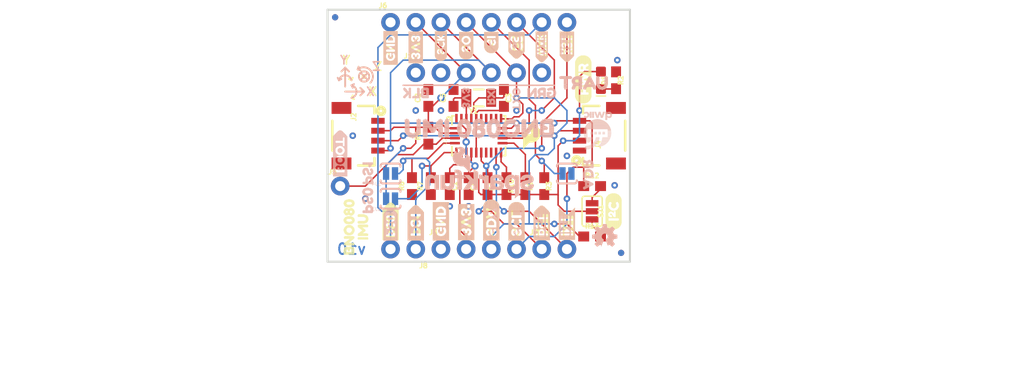
<source format=kicad_pcb>
(kicad_pcb (version 20211014) (generator pcbnew)
  (layers (0 "F.Cu" signal) (31 "B.Cu" signal) (34 "B.Paste" user) (35 "F.Paste" user) (36 "B.SilkS" user "B.Silkscreen") (37 "F.SilkS" user "F.Silkscreen") (38 "B.Mask" user) (39 "F.Mask" user) (44 "Edge.Cuts" user))
  (net 0 "")
  (net 1 "3.3V")
  (net 2 "GND")
  (net 3 "CAP")
  (net 4 "ADDR/MOSI")
  (net 5 "~{BOOT}")
  (net 6 "PS0/WAKE")
  (net 7 "PS1")
  (net 8 "~{CS}")
  (net 9 "~{INT}")
  (net 10 "SCL/SCK/RX")
  (net 11 "SDA/MISO/TX")
  (net 12 "S_SDA")
  (net 13 "S_SCL")
  (net 14 "SCL_PU")
  (net 15 "SDA_PU")
  (net 16 "~{RST}")
  (net 17 "N$1")
  (net 18 "N$2")
  (net 19 "N$3")
  (footprint "boardEagle:GND" (layer "F.Cu") (at 144.6911 116.0526 90)
    (fp_text reference "U$15" hide)
    (fp_text value "" hide)
  )
  (footprint "boardEagle:IMU13" (layer "F.Cu") (at 136.8171 116.4336 90)
    (fp_text reference "U$47" hide)
    (fp_text value "" hide)
  )
  (footprint "boardEagle:LED-0603" (layer "F.Cu") (at 160.8201 99.4156 -90)
    (fp_text reference "D1")
    (fp_text value "RED")
  )
  (footprint "boardEagle:#RST7" (layer "F.Cu") (at 157.3911 97.7646 90)
    (fp_text reference "U$51" hide)
    (fp_text value "" hide)
  )
  (footprint "boardEagle:MICRO-FIDUCIAL" (layer "F.Cu") (at 134.0231 93.0656)
    (fp_text reference "JP6" hide)
    (fp_text value "FIDUCIALUFIDUCIAL" hide)
  )
  (footprint "boardEagle:0603" (layer "F.Cu") (at 159.9311 115.1636)
    (fp_text reference "R13")
    (fp_text value "2.2k")
  )
  (footprint "boardEagle:0603" (layer "F.Cu") (at 159.9311 110.0836)
    (fp_text reference "R12")
    (fp_text value "2.2k")
  )
  (footprint "boardEagle:SMT-JUMPER_3_2-NC_PASTE_SILK" (layer "F.Cu") (at 159.9311 112.6236 -90)
    (fp_text reference "SJ1")
    (fp_text value "")
  )
  (footprint "boardEagle:0603" (layer "F.Cu") (at 147.4851 110.0836 -90)
    (fp_text reference "C4")
    (fp_text value "0.1uF")
  )
  (footprint "boardEagle:0603" (layer "F.Cu") (at 143.4211 105.0036 90)
    (fp_text reference "R6")
    (fp_text value "10k")
  )
  (footprint "boardEagle:0603" (layer "F.Cu") (at 155.1051 110.0836 -90)
    (fp_text reference "R3")
    (fp_text value "10k")
  )
  (footprint "boardEagle:MICRO-FIDUCIAL" (layer "F.Cu") (at 162.8521 116.8146)
    (fp_text reference "JP2" hide)
    (fp_text value "FIDUCIALUFIDUCIAL" hide)
  )
  (footprint "boardEagle:0603" (layer "F.Cu") (at 162.3441 99.4156 -90)
    (fp_text reference "R2")
    (fp_text value "1k")
  )
  (footprint "boardEagle:0603" (layer "F.Cu") (at 143.6751 110.0836 90)
    (fp_text reference "R7")
    (fp_text value "10k")
  )
  (footprint "boardEagle:LGA-28" (layer "F.Cu") (at 148.5011 105.0036 90)
    (fp_text reference "U2")
    (fp_text value "BNO080")
  )
  (footprint "boardEagle:1X04_1MM_RA" (layer "F.Cu") (at 138.3411 105.0036 -90)
    (fp_text reference "J2")
    (fp_text value "SMD")
  )
  (footprint "boardEagle:SO0" (layer "F.Cu") (at 147.2311 97.3836 90)
    (fp_text reference "U$55" hide)
    (fp_text value "" hide)
  )
  (footprint "boardEagle:1X01_NO_SILK" (layer "F.Cu") (at 134.5311 110.0836)
    (fp_text reference "J5")
    (fp_text value "")
  )
  (footprint "boardEagle:0603" (layer "F.Cu") (at 145.9611 101.1936 90)
    (fp_text reference "C5")
    (fp_text value "22pF")
  )
  (footprint "boardEagle:CRYSTAL-SMD-3.2X1.5MM" (layer "F.Cu") (at 148.5011 101.1936 180)
    (fp_text reference "Y1")
    (fp_text value "32.768kHz")
  )
  (footprint "boardEagle:3V30" (layer "F.Cu") (at 142.1511 98.1456 90)
    (fp_text reference "U$50" hide)
    (fp_text value "" hide)
  )
  (footprint "boardEagle:SFE_LOGO_FLAME_.1" (layer "F.Cu") (at 152.6921 106.6546)
    (fp_text reference "LOGO4" hide)
    (fp_text value "SFE_LOGO_FLAME.1_INCH" hide)
  )
  (footprint "boardEagle:SCL" (layer "F.Cu") (at 152.3111 116.0526 90)
    (fp_text reference "U$6" hide)
    (fp_text value "" hide)
  )
  (footprint "boardEagle:1X02_NO_SILK" (layer "F.Cu") (at 142.1511 116.4336 180)
    (fp_text reference "J8")
    (fp_text value "")
  )
  (footprint "boardEagle:SI1" (layer "F.Cu") (at 149.7711 96.7486 90)
    (fp_text reference "U$17" hide)
    (fp_text value "" hide)
  )
  (footprint "boardEagle:BNO08012" (layer "F.Cu") (at 135.4201 117.9576 90)
    (fp_text reference "U$46" hide)
    (fp_text value "" hide)
  )
  (footprint "boardEagle:#WAK6" (layer "F.Cu") (at 154.8511 97.7646 90)
    (fp_text reference "U$19" hide)
    (fp_text value "" hide)
  )
  (footprint "boardEagle:CREATIVE_COMMONS" (layer "F.Cu") (at 120.5611 125.3236)
    (fp_text reference "FRAME1" hide)
    (fp_text value "FRAME-LETTER" hide)
  )
  (footprint "boardEagle:1X06_NO_SILK" (layer "F.Cu") (at 142.1511 98.6536)
    (fp_text reference "J1")
    (fp_text value "")
  )
  (footprint "boardEagle:#CS3" (layer "F.Cu") (at 152.3111 97.5106 90)
    (fp_text reference "U$52" hide)
    (fp_text value "" hide)
  )
  (footprint "boardEagle:1X04_1MM_RA" (layer "F.Cu") (at 158.6611 105.0036 90)
    (fp_text reference "J4")
    (fp_text value "SMD")
  )
  (footprint "boardEagle:3V3" (layer "F.Cu") (at 147.2311 116.0526 90)
    (fp_text reference "U$10" hide)
    (fp_text value "" hide)
  )
  (footprint "boardEagle:SDA" (layer "F.Cu") (at 149.7711 116.0526 90)
    (fp_text reference "U$7" hide)
    (fp_text value "" hide)
  )
  (footprint "boardEagle:0603" (layer "F.Cu") (at 141.7701 110.0836 90)
    (fp_text reference "R8")
    (fp_text value "10k")
  )
  (footprint "boardEagle:(I_SUPER2_C)" (layer "F.Cu") (at 162.0901 114.5286 90)
    (fp_text reference "U$23" hide)
    (fp_text value "" hide)
  )
  (footprint "boardEagle:REVISION" (layer "F.Cu") (at 131.9911 127.8636)
    (fp_text reference "LOGO2" hide)
    (fp_text value "REVISION" hide)
  )
  (footprint "boardEagle:0603" (layer "F.Cu") (at 149.3901 110.0836 -90)
    (fp_text reference "R1")
    (fp_text value "10k")
  )
  (footprint "boardEagle:PS05" (layer "F.Cu") (at 139.6111 116.0526 90)
    (fp_text reference "U$29" hide)
    (fp_text value "" hide)
  )
  (footprint "boardEagle:SCK0" (layer "F.Cu") (at 144.6911 97.5106 90)
    (fp_text reference "U$12" hide)
    (fp_text value "" hide)
  )
  (footprint "boardEagle:0603" (layer "F.Cu") (at 153.2001 110.0836 -90)
    (fp_text reference "R9")
    (fp_text value "4.7k")
  )
  (footprint "boardEagle:STAND-OFF" (layer "F.Cu") (at 161.2011 94.8436)
    (fp_text reference "JP4" hide)
    (fp_text value "STAND-OFF" hide)
  )
  (footprint "boardEagle:1X08_NO_SILK" (layer "F.Cu") (at 139.6111 93.5736)
    (fp_text reference "J6")
    (fp_text value "SPI")
  )
  (footprint "boardEagle:1X04_NO_SILK" (layer "F.Cu") (at 144.6911 116.4336)
    (fp_text reference "J3")
    (fp_text value "PTH")
  )
  (footprint "boardEagle:#RST_" (layer "F.Cu") (at 154.8511 116.1796 90)
    (fp_text reference "U$3" hide)
    (fp_text value "" hide)
  )
  (footprint "boardEagle:0603" (layer "F.Cu") (at 143.4211 101.1936 90)
    (fp_text reference "C2")
    (fp_text value "0.1uF")
  )
  (footprint "boardEagle:1X02_NO_SILK" (layer "F.Cu") (at 154.8511 116.4336)
    (fp_text reference "J7")
    (fp_text value "")
  )
  (footprint "boardEagle:GND1" (layer "F.Cu") (at 139.6111 98.2726 90)
    (fp_text reference "U$43" hide)
    (fp_text value "" hide)
  )
  (footprint "boardEagle:PS14" (layer "F.Cu") (at 142.1511 116.0526 90)
    (fp_text reference "U$28" hide)
    (fp_text value "" hide)
  )
  (footprint "boardEagle:0603" (layer "F.Cu") (at 145.5801 110.0836 -90)
    (fp_text reference "C1")
    (fp_text value "0.1uF")
  )
  (footprint "boardEagle:#INT0" (layer "F.Cu") (at 157.3911 116.1796 90)
    (fp_text reference "U$25" hide)
    (fp_text value "" hide)
  )
  (footprint "boardEagle:STAND-OFF" (layer "F.Cu") (at 135.8011 94.8436)
    (fp_text reference "JP3" hide)
    (fp_text value "STAND-OFF" hide)
  )
  (footprint "boardEagle:(PWR)" (layer "F.Cu") (at 159.0421 101.8286 90)
    (fp_text reference "U$1" hide)
    (fp_text value "" hide)
  )
  (footprint "boardEagle:0603" (layer "F.Cu") (at 151.2951 110.0836 -90)
    (fp_text reference "R10")
    (fp_text value "4.7k")
  )
  (footprint "boardEagle:0603" (layer "F.Cu") (at 151.0411 101.1936 -90)
    (fp_text reference "C3")
    (fp_text value "22pF")
  )
  (footprint "boardEagle:PS015" (layer "B.Cu") (at 137.3251 113.7666 90)
    (fp_text reference "U$34" hide)
    (fp_text value "" hide)
  )
  (footprint "boardEagle:#RST_" (layer "B.Cu") (at 154.8511 116.1796 90)
    (fp_text reference "U$4" hide)
    (fp_text value "" hide)
  )
  (footprint "boardEagle:SCK0" (layer "B.Cu") (at 144.6911 97.5106 90)
    (fp_text reference "U$13" hide)
    (fp_text value "" hide)
  )
  (footprint "boardEagle:QWIIC#LABEL#FULL#M#PNG" (layer "B.Cu") (at 160.5661 104.4956 180)
    (fp_text reference "U$59" hide)
    (fp_text value "" hide)
  )
  (footprint "boardEagle:SFE_LOGO_NAME_FLAME_.1" (layer "B.Cu") (at 154.4701 111.3536 180)
    (fp_text reference "LOGO5" hide)
    (fp_text value "SFE_LOGO_NAME_FLAME.1_INCH" hide)
  )
  (footprint "boardEagle:GND1" (layer "B.Cu") (at 139.6111 98.2726 90)
    (fp_text reference "U$42" hide)
    (fp_text value "" hide)
  )
  (footprint "boardEagle:OSHW-LOGO-MINI" (layer "B.Cu") (at 161.2011 115.1636 180)
    (fp_text reference "LOGO1" hide)
    (fp_text value "OSHW-LOGOMINI" hide)
  )
  (footprint "boardEagle:3V32" (layer "B.Cu") (at 147.2311 102.9716 90)
    (fp_text reference "U$21" hide)
    (fp_text value "" hide)
  )
  (footprint "boardEagle:3V3" (layer "B.Cu") (at 147.2311 116.0526 90)
    (fp_text reference "U$9" hide)
    (fp_text value "" hide)
  )
  (footprint "boardEagle:GND" (layer "B.Cu") (at 144.6911 116.0526 90)
    (fp_text reference "U$16" hide)
    (fp_text value "" hide)
  )
  (footprint "boardEagle:PS114" (layer "B.Cu") (at 137.3251 110.8456 90)
    (fp_text reference "U$33" hide)
    (fp_text value "" hide)
  )
  (footprint "boardEagle:SJ_2S-NO" (layer "B.Cu") (at 139.6111 111.3536)
    (fp_text reference "SJ3")
    (fp_text value "")
  )
  (footprint "boardEagle:3V30" (layer "B.Cu") (at 142.1511 98.1456 90)
    (fp_text reference "U$11" hide)
    (fp_text value "" hide)
  )
  (footprint "boardEagle:SJ_2S-NO" (layer "B.Cu") (at 157.3911 108.8136 180)
    (fp_text reference "SJ2")
    (fp_text value "")
  )
  (footprint "boardEagle:PS14" (layer "B.Cu") (at 142.1511 116.0526 90)
    (fp_text reference "U$27" hide)
    (fp_text value "" hide)
  )
  (footprint "boardEagle:UART8" (layer "B.Cu") (at 162.7251 99.6696 180)
    (fp_text reference "U$39" hide)
    (fp_text value "" hide)
  )
  (footprint "boardEagle:SO0" (layer "B.Cu") (at 147.2311 97.3836 90)
    (fp_text reference "U$54" hide)
    (fp_text value "" hide)
  )
  (footprint "boardEagle:#CS3" (layer "B.Cu") (at 152.3111 97.5106 90)
    (fp_text reference "U$53" hide)
    (fp_text value "" hide)
  )
  (footprint "boardEagle:MICRO-FIDUCIAL" (layer "B.Cu") (at 162.8521 116.8146 180)
    (fp_text reference "JP1" hide)
    (fp_text value "FIDUCIALUFIDUCIAL" hide)
  )
  (footprint "boardEagle:#RST7" (layer "B.Cu") (at 157.3911 97.7646 90)
    (fp_text reference "U$49" hide)
    (fp_text value "" hide)
  )
  (footprint "boardEagle:RXI1" (layer "B.Cu") (at 149.7711 102.5906 90)
    (fp_text reference "U$22" hide)
    (fp_text value "" hide)
  )
  (footprint "boardEagle:PS03" (layer "B.Cu") (at 139.6111 116.0526 90)
    (fp_text reference "U$14" hide)
    (fp_text value "" hide)
  )
  (footprint "boardEagle:MICRO-FIDUCIAL" (layer "B.Cu") (at 134.0231 93.0656 180)
    (fp_text reference "JP5" hide)
    (fp_text value "FIDUCIALUFIDUCIAL" hide)
  )
  (footprint "boardEagle:BOOT2" (layer "B.Cu") (at 134.5311 109.5756 90)
    (fp_text reference "U$2" hide)
    (fp_text value "" hide)
  )
  (footprint "boardEagle:SDA" (layer "B.Cu") (at 149.7711 116.0526 90)
    (fp_text reference "U$8" hide)
    (fp_text value "" hide)
  )
  (footprint "boardEagle:SCL" (layer "B.Cu") (at 152.3111 116.0526 90)
    (fp_text reference "U$5" hide)
    (fp_text value "" hide)
  )
  (footprint "boardEagle:TXO0" (layer "B.Cu") (at 152.3111 103.2256 90)
    (fp_text reference "U$35" hide)
    (fp_text value "" hide)
  )
  (footprint "boardEagle:BLK9" (layer "B.Cu") (at 144.4371 100.6856 180)
    (fp_text reference "U$41" hide)
    (fp_text value "" hide)
  )
  (footprint "boardEagle:ADR0" (layer "B.Cu") (at 159.5501 111.3536 90)
    (fp_text reference "U$30" hide)
    (fp_text value "" hide)
  )
  (footprint "boardEagle:SI1" (layer "B.Cu") (at 149.7711 96.7486 90)
    (fp_text reference "U$18" hide)
    (fp_text value "" hide)
  )
  (footprint "boardEagle:#WAK6" (layer "B.Cu") (at 154.8511 97.7646 90)
    (fp_text reference "U$20" hide)
    (fp_text value "" hide)
  )
  (footprint "boardEagle:BNO080_IMU11" (layer "B.Cu") (at 157.7721 104.2416 180)
    (fp_text reference "U$44" hide)
    (fp_text value "" hide)
  )
  (footprint "boardEagle:GRN10" (layer "B.Cu") (at 157.3911 100.6856 180)
    (fp_text reference "U$40" hide)
    (fp_text value "" hide)
  )
  (footprint "boardEagle:#INT0" (layer "B.Cu") (at 157.3911 116.1796 90)
    (fp_text reference "U$26" hide)
    (fp_text value "" hide)
  )
  (footprint "boardEagle:SJ_2S-NO" (layer "B.Cu") (at 139.6111 108.8136)
    (fp_text reference "SJ4")
    (fp_text value "")
  )
  (gr_line (start 134.4041 99.4156) (end 134.6581 99.2886) (layer "B.SilkS") (width 0.1778))
  (gr_line (start 136.9441 100.5586) (end 135.0391 100.5586) (layer "B.SilkS") (width 0.1778))
  (gr_line (start 136.9441 100.5586) (end 136.5631 100.1776) (layer "B.SilkS") (width 0.1778))
  (gr_line (start 136.300075 98.316182) (end 136.569484 98.405985) (layer "B.SilkS") (width 0.1778))
  (gr_line (start 135.0391 98.1456) (end 135.4201 98.5266) (layer "B.SilkS") (width 0.1778))
  (gr_arc (start 136.300074 98.316182) (mid 137.573599 98.393728) (end 137.5791 99.6696) (layer "B.SilkS") (width 0.1778))
  (gr_arc (start 135.674098 99.9236) (mid 136.182099 100.558599) (end 135.6741 101.1936) (layer "B.SilkS") (width 0.1778))
  (gr_line (start 135.6741 99.9236) (end 135.8011 100.1776) (layer "B.SilkS") (width 0.1778))
  (gr_arc (start 134.4041 99.415602) (mid 135.039099 98.907601) (end 135.6741 99.4156) (layer "B.SilkS") (width 0.1778))
  (gr_line (start 135.0391 98.1456) (end 134.6581 98.5266) (layer "B.SilkS") (width 0.1778))
  (gr_line (start 136.9441 100.5586) (end 136.5631 100.9396) (layer "B.SilkS") (width 0.1778))
  (gr_line (start 136.6393 99.3394) (end 137.2743 98.7044) (layer "B.SilkS") (width 0.1778))
  (gr_line (start 140.8811 99.9236) (end 156.1211 99.9236) (layer "B.SilkS") (width 0.1524))
  (gr_line (start 135.0391 98.1456) (end 135.0391 100.0506) (layer "B.SilkS") (width 0.1778))
  (gr_line (start 134.2771 99.1616) (end 134.4041 99.4156) (layer "B.SilkS") (width 0.1778))
  (gr_line (start 137.2743 99.3394) (end 136.6393 98.7044) (layer "B.SilkS") (width 0.1778))
  (gr_circle (center 136.9441 99.0346) (end 137.467734 99.0346) (layer "B.SilkS") (width 0.1778) (fill none))
  (gr_line (start 136.389878 98.046772) (end 136.300075 98.316182) (layer "B.SilkS") (width 0.1778))
  (gr_line (start 135.9281 99.7966) (end 135.6741 99.9236) (layer "B.SilkS") (width 0.1778))
  (gr_line (start 135.6741 101.1936) (end 135.8011 100.9396) (layer "F.SilkS") (width 0.1778))
  (gr_circle (center 136.9441 99.0346) (end 137.467734 99.0346) (layer "F.SilkS") (width 0.1778) (fill none))
  (gr_line (start 136.9441 100.5586) (end 135.0391 100.5586) (layer "F.SilkS") (width 0.1778))
  (gr_line (start 135.0391 98.1456) (end 135.0391 100.0506) (layer "F.SilkS") (width 0.1778))
  (gr_line (start 135.8011 99.1616) (end 135.6741 99.4156) (layer "F.SilkS") (width 0.1778))
  (gr_line (start 135.9281 101.3206) (end 135.6741 101.1936) (layer "F.SilkS") (width 0.1778))
  (gr_circle (center 136.9441 99.0346) (end 137.0711 99.0346) (layer "F.SilkS") (width 0.254) (fill none))
  (gr_line (start 136.300075 98.316182) (end 136.569484 98.405985) (layer "F.SilkS") (width 0.1778))
  (gr_arc (start 136.300074 98.316182) (mid 137.573599 98.393728) (end 137.5791 99.6696) (layer "F.SilkS") (width 0.1778))
  (gr_line (start 135.0391 98.1456) (end 135.4201 98.5266) (layer "F.SilkS") (width 0.1778))
  (gr_line (start 136.9441 100.5586) (end 136.5631 100.9396) (layer "F.SilkS") (width 0.1778))
  (gr_arc (start 134.4041 99.4156) (mid 135.039101 98.907601) (end 135.6741 99.415602) (layer "F.SilkS") (width 0.1778))
  (gr_line (start 136.9441 100.5586) (end 136.5631 100.1776) (layer "F.SilkS") (width 0.1778))
  (gr_line (start 136.389878 98.046772) (end 136.300075 98.316182) (layer "F.SilkS") (width 0.1778))
  (gr_arc (start 135.6741 99.9236) (mid 136.182099 100.558601) (end 135.674098 101.1936) (layer "F.SilkS") (width 0.1778))
  (gr_line (start 135.0391 98.1456) (end 134.6581 98.5266) (layer "F.SilkS") (width 0.1778))
  (gr_line (start 135.6741 99.4156) (end 135.4201 99.2886) (layer "F.SilkS") (width 0.1778))
  (gr_line (start 133.2611 92.3036) (end 163.7411 92.3036) (layer "Edge.Cuts") (width 0.2032))
  (gr_line (start 163.7411 117.7036) (end 133.2611 117.7036) (layer "Edge.Cuts") (width 0.2032))
  (gr_line (start 133.2611 117.7036) (end 133.2611 92.3036) (layer "Edge.Cuts") (width 0.2032))
  (gr_line (start 163.7411 92.3036) (end 163.7411 117.7036) (layer "Edge.Cuts") (width 0.2032))
  (gr_text "v10" (at 135.6741 116.4336) (layer "B.Cu") (effects (font (size 1.0795 1.0795) (thickness 0.1905)) (justify mirror)))
  (gr_text "X" (at 137.5791 100.5586) (layer "B.SilkS") (effects (font (size 0.8636 0.8636) (thickness 0.1524)) (justify mirror)))
  (gr_text "Y" (at 134.9121 97.3836) (layer "B.SilkS") (effects (font (size 0.8636 0.8636) (thickness 0.1524)) (justify mirror)))
  (gr_text "Z" (at 138.1633 98.0186) (layer "B.SilkS") (effects (font (size 0.8636 0.8636) (thickness 0.1524)) (justify mirror)))
  (gr_text "Y" (at 135.1661 97.3836) (layer "F.SilkS") (effects (font (size 0.8636 0.8636) (thickness 0.1524))))
  (gr_text "X" (at 137.8331 100.5586) (layer "F.SilkS") (effects (font (size 0.8636 0.8636) (thickness 0.1524))))
  (gr_text "Z" (at 138.3411 98.0186) (layer "F.SilkS") (effects (font (size 0.8636 0.8636) (thickness 0.1524))))
  (segment (start 147.4851 108.6866) (end 148.1201 108.0516) (width 0.1524) (layer "F.Cu") (net 1))
  (segment (start 156.5021 106.0196) (end 157.0101 105.5116) (width 0.1524) (layer "F.Cu") (net 1))
  (segment (start 143.4211 102.0436) (end 143.4211 104.1536) (width 0.1524) (layer "F.Cu") (net 1))
  (segment (start 147.2311 104.7496) (end 147.2311 105.6386) (width 0.1524) (layer "F.Cu") (net 1))
  (segment (start 160.8201 98.5386) (end 159.1571 98.5386) (width 0.1524) (layer "F.Cu") (net 1))
  (segment (start 142.1511 105.7656) (end 142.1511 104.1536) (width 0.1524) (layer "F.Cu") (net 1))
  (segment (start 153.2001 110.9336) (end 151.2951 110.9336) (width 0.1524) (layer "F.Cu") (net 1))
  (segment (start 142.1511 104.1536) (end 139.9531 104.1536) (width 0.1524) (layer "F.Cu") (net 1))
  (segment (start 139.9531 104.1536) (end 139.6111 104.4956) (width 0.1524) (layer "F.Cu") (net 1))
  (segment (start 151.2951 110.9336) (end 149.3901 110.9336) (width 0.1524) (layer "F.Cu") (net 1))
  (segment (start 156.5021 106.0196) (end 156.5021 110.9726) (width 0.1524) (layer "F.Cu") (net 1))
  (segment (start 147.2311 115.1636) (end 146.5961 114.5286) (width 0.1524) (layer "F.Cu") (net 1))
  (segment (start 147.2311 104.3686) (end 147.2311 104.7496) (width 0.1524) (layer "F.Cu") (net 1))
  (segment (start 147.4851 109.2336) (end 146.8111 109.2336) (width 0.1524) (layer "F.Cu") (net 1))
  (segment (start 141.6431 106.2736) (end 142.1511 105.7656) (width 0.1524) (layer "F.Cu") (net 1))
  (segment (start 146.7511 103.3036) (end 146.7511 103.8886) (width 0.1524) (layer "F.Cu") (net 1))
  (segment (start 147.2311 116.4336) (end 147.2311 115.1636) (width 0.1524) (layer "F.Cu") (net 1))
  (segment (start 146.8111 109.2336) (end 146.5961 109.4486) (width 0.1524) (layer "F.Cu") (net 1))
  (segment (start 157.1371 112.6236) (end 159.9311 112.6236) (width 0.1524) (layer "F.Cu") (net 1))
  (segment (start 156.5021 111.9886) (end 157.1371 112.6236) (width 0.1524) (layer "F.Cu") (net 1))
  (segment (start 148.5011 109.4486) (end 148.5011 110.7186) (width 0.1524) (layer "F.Cu") (net 1))
  (segment (start 155.1051 110.9336) (end 153.2001 110.9336) (width 0.1524) (layer "F.Cu") (net 1))
  (segment (start 158.6611 105.5036) (end 157.0181 105.5036) (width 0.1524) (layer "F.Cu") (net 1))
  (segment (start 146.1011 104.7536) (end 147.2271 104.7536) (width 0.1524) (layer "F.Cu") (net 1))
  (segment (start 140.8811 106.2736) (end 141.6431 106.2736) (width 0.1524) (layer "F.Cu") (net 1))
  (segment (start 142.1511 93.5736) (end 147.2311 98.6536) (width 0.1524) (layer "F.Cu") (net 1))
  (segment (start 148.2861 109.2336) (end 147.4851 109.2336) (width 0.1524) (layer "F.Cu") (net 1))
  (segment (start 138.3491 104.4956) (end 138.3411 104.5036) (width 0.1524) (layer "F.Cu") (net 1))
  (segment (start 148.2861 109.2336) (end 148.5011 109.4486) (width 0.1524) (layer "F.Cu") (net 1))
  (segment (start 144.6951 104.7536) (end 144.0951 104.1536) (width 0.1524) (layer "F.Cu") (net 1))
  (segment (start 143.4211 102.0436) (end 143.8411 102.0436) (width 0.1524) (layer "F.Cu") (net 1))
  (segment (start 159.1571 98.5386) (end 158.6611 99.0346) (width 0.1524) (layer "F.Cu") (net 1))
  (segment (start 147.2271 104.7536) (end 147.2311 104.7496) (width 0.1524) (layer "F.Cu") (net 1))
  (segment (start 146.1011 104.7536) (end 144.6951 104.7536) (width 0.1524) (layer "F.Cu") (net 1))
  (segment (start 146.7511 103.8886) (end 147.2311 104.3686) (width 0.1524) (layer "F.Cu") (net 1))
  (segment (start 157.0181 105.5036) (end 157.0101 105.5116) (width 0.1524) (layer "F.Cu") (net 1))
  (segment (start 146.1051 104.7496) (end 146.1011 104.7536) (width 0.1524) (layer "F.Cu") (net 1))
  (segment (start 155.1051 110.9336) (end 156.4631 110.9336) (width 0.1524) (layer "F.Cu") (net 1))
  (segment (start 158.6611 99.0346) (end 158.6611 102.4636) (width 0.1524) (layer "F.Cu") (net 1))
  (segment (start 149.3901 110.9336) (end 148.7161 110.9336) (width 0.1524) (layer "F.Cu") (net 1))
  (segment (start 156.5021 110.9726) (end 156.5021 111.9886) (width 0.1524) (layer "F.Cu") (net 1))
  (segment (start 143.4211 104.1536) (end 142.1511 104.1536) (width 0.1524) (layer "F.Cu") (net 1))
  (segment (start 143.4211 104.1536) (end 144.0951 104.1536) (width 0.1524) (layer "F.Cu") (net 1))
  (segment (start 146.5961 109.4486) (end 146.5961 114.5286) (width 0.1524) (layer "F.Cu") (net 1))
  (segment (start 156.4631 110.9336) (end 156.5021 110.9726) (width 0.1524) (layer "F.Cu") (net 1))
  (segment (start 139.6111 104.4956) (end 138.3491 104.4956) (width 0.1524) (layer "F.Cu") (net 1))
  (segment (start 147.4851 109.2336) (end 147.4851 108.6866) (width 0.1524) (layer "F.Cu") (net 1))
  (segment (start 148.5011 110.7186) (end 148.7161 110.9336) (width 0.1524) (layer "F.Cu") (net 1))
  (segment (start 143.8411 102.0436) (end 144.6911 101.1936) (width 0.1524) (layer "F.Cu") (net 1))
  (via (at 147.2311 105.6386) (size 0.7366) (drill 0.381) (layers "F.Cu" "B.Cu") (net 1))
  (via (at 157.0101 105.5116) (size 0.6604) (drill 0.3048) (layers "F.Cu" "B.Cu") (net 1))
  (via (at 158.6611 102.4636) (size 0.6604) (drill 0.3048) (layers "F.Cu" "B.Cu") (net 1))
  (via (at 140.8811 106.2736) (size 0.6604) (drill 0.3048) (layers "F.Cu" "B.Cu") (net 1))
  (via (at 148.1201 108.0516) (size 0.7366) (drill 0.381) (layers "F.Cu" "B.Cu") (net 1))
  (via (at 144.6911 101.1936) (size 0.7366) (drill 0.381) (layers "F.Cu" "B.Cu") (net 1))
  (segment (start 157.0101 105.5116) (end 158.1531 105.5116) (width 0.1524) (layer "B.Cu") (net 1))
  (segment (start 147.2311 107.1626) (end 148.1201 108.0516) (width 0.1524) (layer "B.Cu") (net 1))
  (segment (start 139.1611 111.3536) (end 139.1611 108.8136) (width 0.1524) (layer "B.Cu") (net 1))
  (segment (start 158.1531 105.5116) (end 158.6611 105.0036) (width 0.1524) (layer "B.Cu") (net 1))
  (segment (start 139.1611 107.9936) (end 140.8811 106.2736) (width 0.1524) (layer "B.Cu") (net 1))
  (segment (start 158.6611 105.0036) (end 158.6611 102.4636) (width 0.1524) (layer "B.Cu") (net 1))
  (segment (start 147.2311 105.6386) (end 147.2311 107.1626) (width 0.1524) (layer "B.Cu") (net 1))
  (segment (start 139.1611 108.8136) (end 139.1611 107.9936) (width 0.1524) (layer "B.Cu") (net 1))
  (segment (start 147.2311 98.6536) (end 144.6911 101.1936) (width 0.1524) (layer "B.Cu") (net 1))
  (segment (start 148.2511 102.7136) (end 148.5011 102.4636) (width 0.1524) (layer "F.Cu") (net 2))
  (segment (start 146.1011 104.2536) (end 145.2111 104.2536) (width 0.1524) (layer "F.Cu") (net 2))
  (segment (start 148.2511 103.3036) (end 148.2511 102.7136) (width 0.1524) (layer "F.Cu") (net 2))
  (segment (start 148.2511 106.7036) (end 148.2511 103.3036) (width 0.1524) (layer "F.Cu") (net 2))
  (segment (start 145.2111 104.2536) (end 144.6911 103.7336) (width 0.1524) (layer "F.Cu") (net 2))
  (segment (start 150.6211 102.4636) (end 151.0411 102.0436) (width 0.1524) (layer "F.Cu") (net 2))
  (segment (start 148.5011 102.4636) (end 150.6211 102.4636) (width 0.1524) (layer "F.Cu") (net 2))
  (via (at 152.3111 102.4636) (size 0.6604) (drill 0.3048) (layers "F.Cu" "B.Cu") (net 2))
  (via (at 137.0711 111.3536) (size 0.6604) (drill 0.3048) (layers "F.Cu" "B.Cu") (net 2))
  (via (at 142.1511 102.4636) (size 0.6604) (drill 0.3048) (layers "F.Cu" "B.Cu") (net 2))
  (via (at 144.6911 102.4636) (size 0.6604) (drill 0.3048) (layers "F.Cu" "B.Cu") (net 2))
  (via (at 162.4711 97.3836) (size 0.6604) (drill 0.3048) (layers "F.Cu" "B.Cu") (net 2))
  (via (at 145.5801 112.1156) (size 0.6604) (drill 0.3048) (layers "F.Cu" "B.Cu") (net 2))
  (via (at 135.8011 105.0036) (size 0.6604) (drill 0.3048) (layers "F.Cu" "B.Cu") (net 2))
  (via (at 157.3911 107.0356) (size 0.6604) (drill 0.3048) (layers "F.Cu" "B.Cu") (net 2))
  (via (at 147.4851 112.1156) (size 0.6604) (drill 0.3048) (layers "F.Cu" "B.Cu") (net 2))
  (via (at 162.2011 110.0036) (size 0.6604) (drill 0.3048) (layers "F.Cu" "B.Cu") (net 2))
  (segment (start 145.9611 107.9246) (end 145.5801 108.3056) (width 0.1524) (layer "F.Cu") (net 3))
  (segment (start 147.7511 106.7036) (end 147.7511 107.5316) (width 0.1524) (layer "F.Cu") (net 3))
  (segment (start 145.5801 108.3056) (end 145.5801 109.2336) (width 0.1524) (layer "F.Cu") (net 3))
  (segment (start 147.7511 107.5316) (end 147.3581 107.9246) (width 0.1524) (layer "F.Cu") (net 3))
  (segment (start 147.3581 107.9246) (end 145.9611 107.9246) (width 0.1524) (layer "F.Cu") (net 3))
  (segment (start 154.8511 107.5436) (end 155.1051 107.7976) (width 0.1524) (layer "F.Cu") (net 4))
  (segment (start 154.2161 106.9086) (end 154.8511 107.5436) (width 0.1524) (layer "F.Cu") (net 4))
  (segment (start 154.2161 105.2576) (end 154.2161 106.9086) (width 0.1524) (layer "F.Cu") (net 4))
  (segment (start 154.2121 105.2536) (end 154.2161 105.2576) (width 0.1524) (layer "F.Cu") (net 4))
  (segment (start 155.1051 109.2336) (end 155.1051 107.7976) (width 0.1524) (layer "F.Cu") (net 4))
  (segment (start 154.2161 101.9556) (end 154.2161 105.2576) (width 0.1524) (layer "F.Cu") (net 4))
  (segment (start 153.5811 101.3206) (end 154.2161 101.9556) (width 0.1524) (layer "F.Cu") (net 4))
  (segment (start 153.5811 97.3836) (end 153.5811 101.3206) (width 0.1524) (layer "F.Cu") (net 4))
  (segment (start 149.7711 93.5736) (end 153.5811 97.3836) (width 0.1524) (layer "F.Cu") (net 4))
  (segment (start 150.9011 105.2536) (end 154.2121 105.2536) (width 0.1524) (layer "F.Cu") (net 4))
  (via (at 154.8511 107.5436) (size 0.6604) (drill 0.3048) (layers "F.Cu" "B.Cu") (net 4))
  (segment (start 156.9411 108.8136) (end 156.1211 108.8136) (width 0.1524) (layer "B.Cu") (net 4))
  (segment (start 156.1211 108.8136) (end 154.8511 107.5436) (width 0.1524) (layer "B.Cu") (net 4))
  (segment (start 146.1011 105.2536) (end 144.8221 105.2536) (width 0.1524) (layer "F.Cu") (net 5))
  (segment (start 141.8971 106.9086) (end 140.2461 106.9086) (width 0.1524) (layer "F.Cu") (net 5))
  (segment (start 144.8221 105.2536) (end 144.2221 105.8536) (width 0.1524) (layer "F.Cu") (net 5))
  (segment (start 143.4211 105.8536) (end 144.2221 105.8536) (width 0.1524) (layer "F.Cu") (net 5))
  (segment (start 137.0711 110.0836) (end 134.5311 110.0836) (width 0.1524) (layer "F.Cu") (net 5))
  (segment (start 143.4211 105.8536) (end 142.9521 105.8536) (width 0.1524) (layer "F.Cu") (net 5))
  (segment (start 142.9521 105.8536) (end 141.8971 106.9086) (width 0.1524) (layer "F.Cu") (net 5))
  (segment (start 140.2461 106.9086) (end 137.0711 110.0836) (width 0.1524) (layer "F.Cu") (net 5))
  (segment (start 145.0231 106.7036) (end 143.6751 108.0516) (width 0.1524) (layer "F.Cu") (net 6))
  (segment (start 143.6751 108.0516) (end 143.6751 109.2336) (width 0.1524) (layer "F.Cu") (net 6))
  (segment (start 146.2511 106.7036) (end 145.0231 106.7036) (width 0.1524) (layer "F.Cu") (net 6))
  (segment (start 143.6751 108.0516) (end 142.7861 108.0516) (width 0.1524) (layer "F.Cu") (net 6))
  (via (at 142.7861 108.0516) (size 0.6604) (drill 0.3048) (layers "F.Cu" "B.Cu") (net 6))
  (segment (start 138.3411 112.2426) (end 138.7221 112.6236) (width 0.1524) (layer "B.Cu") (net 6))
  (segment (start 138.7221 112.6236) (end 139.6111 112.6236) (width 0.1524) (layer "B.Cu") (net 6))
  (segment (start 139.6111 94.8436) (end 138.3411 96.1136) (width 0.1524) (layer "B.Cu") (net 6))
  (segment (start 140.0611 111.3536) (end 140.0611 112.3006) (width 0.1524) (layer "B.Cu") (net 6))
  (segment (start 139.7381 112.6236) (end 140.0611 112.3006) (width 0.1524) (layer "B.Cu") (net 6))
  (segment (start 154.8511 93.5736) (end 153.5811 94.8436) (width 0.1524) (layer "B.Cu") (net 6))
  (segment (start 139.6111 116.4336) (end 139.6111 112.6236) (width 0.1524) (layer "B.Cu") (net 6))
  (segment (start 153.5811 94.8436) (end 139.6111 94.8436) (width 0.1524) (layer "B.Cu") (net 6))
  (segment (start 142.7861 110.0836) (end 142.7861 108.0516) (width 0.1524) (layer "B.Cu") (net 6))
  (segment (start 139.6111 112.6236) (end 139.7381 112.6236) (width 0.1524) (layer "B.Cu") (net 6))
  (segment (start 141.5161 111.3536) (end 142.7861 110.0836) (width 0.1524) (layer "B.Cu") (net 6))
  (segment (start 140.0611 111.3536) (end 141.5161 111.3536) (width 0.1524) (layer "B.Cu") (net 6))
  (segment (start 138.3411 96.1136) (end 138.3411 112.2426) (width 0.1524) (layer "B.Cu") (net 6))
  (segment (start 141.1351 107.2896) (end 140.8811 107.5436) (width 0.1524) (layer "F.Cu") (net 7))
  (segment (start 146.1011 105.7536) (end 144.9571 105.7536) (width 0.1524) (layer "F.Cu") (net 7))
  (segment (start 141.7701 109.2336) (end 141.7701 107.2896) (width 0.1524) (layer "F.Cu") (net 7))
  (segment (start 143.4211 107.2896) (end 141.7701 107.2896) (width 0.1524) (layer "F.Cu") (net 7))
  (segment (start 141.7701 107.2896) (end 141.1351 107.2896) (width 0.1524) (layer "F.Cu") (net 7))
  (segment (start 144.9571 105.7536) (end 143.4211 107.2896) (width 0.1524) (layer "F.Cu") (net 7))
  (via (at 140.8811 107.5436) (size 0.6604) (drill 0.3048) (layers "F.Cu" "B.Cu") (net 7))
  (segment (start 142.1511 116.4336) (end 142.1511 111.3536) (width 0.1524) (layer "B.Cu") (net 7))
  (segment (start 141.1351 107.2896) (end 140.8811 107.5436) (width 0.1524) (layer "B.Cu") (net 7))
  (segment (start 140.5001 108.8136) (end 140.8811 108.4326) (width 0.1524) (layer "B.Cu") (net 7))
  (segment (start 143.5481 107.6706) (end 143.1671 107.2896) (width 0.1524) (layer "B.Cu") (net 7))
  (segment (start 140.0611 108.8136) (end 140.5001 108.8136) (width 0.1524) (layer "B.Cu") (net 7))
  (segment (start 140.8811 108.4326) (end 140.8811 107.5436) (width 0.1524) (layer "B.Cu") (net 7))
  (segment (start 142.1511 111.3536) (end 143.5481 109.9566) (width 0.1524) (layer "B.Cu") (net 7))
  (segment (start 143.1671 107.2896) (end 141.1351 107.2896) (width 0.1524) (layer "B.Cu") (net 7))
  (segment (start 143.5481 109.9566) (end 143.5481 107.6706) (width 0.1524) (layer "B.Cu") (net 7))
  (segment (start 153.0691 104.7536) (end 153.5811 104.2416) (width 0.1524) (layer "F.Cu") (net 8))
  (segment (start 156.1211 101.1936) (end 154.8511 102.4636) (width 0.1524) (layer "F.Cu") (net 8))
  (segment (start 152.3111 93.5736) (end 156.1211 97.3836) (width 0.1524) (layer "F.Cu") (net 8))
  (segment (start 150.9011 104.7536) (end 153.0691 104.7536) (width 0.1524) (layer "F.Cu") (net 8))
  (segment (start 153.5811 104.2416) (end 153.5811 102.4636) (width 0.1524) (layer "F.Cu") (net 8))
  (segment (start 156.1211 97.3836) (end 156.1211 101.1936) (width 0.1524) (layer "F.Cu") (net 8))
  (via (at 153.5811 102.4636) (size 0.6604) (drill 0.3048) (layers "F.Cu" "B.Cu") (net 8))
  (via (at 154.8511 102.4636) (size 0.6604) (drill 0.3048) (layers "F.Cu" "B.Cu") (net 8))
  (segment (start 154.8511 102.4636) (end 153.5811 102.4636) (width 0.1524) (layer "B.Cu") (net 8))
  (segment (start 150.2511 108.1506) (end 150.2791 108.1786) (width 0.1524) (layer "F.Cu") (net 9))
  (segment (start 150.2511 106.7036) (end 150.2511 108.1506) (width 0.1524) (layer "F.Cu") (net 9))
  (segment (start 151.0411 112.6236) (end 153.5811 112.6236) (width 0.1524) (layer "F.Cu") (net 9))
  (segment (start 153.5811 112.6236) (end 157.3911 116.4336) (width 0.1524) (layer "F.Cu") (net 9))
  (via (at 151.0411 112.6236) (size 0.6604) (drill 0.3048) (layers "F.Cu" "B.Cu") (net 9))
  (via (at 150.2791 108.1786) (size 0.6604) (drill 0.3048) (layers "F.Cu" "B.Cu") (net 9))
  (segment (start 150.2791 108.1786) (end 150.2791 111.8616) (width 0.1524) (layer "B.Cu") (net 9))
  (segment (start 150.2791 111.8616) (end 151.0411 112.6236) (width 0.1524) (layer "B.Cu") (net 9))
  (segment (start 159.5501 108.1786) (end 159.9311 107.7976) (width 0.1524) (layer "F.Cu") (net 10))
  (segment (start 157.3911 108.8136) (end 158.0261 108.1786) (width 0.1524) (layer "F.Cu") (net 10))
  (segment (start 139.3811 106.5036) (end 139.6111 106.2736) (width 0.1524) (layer "F.Cu") (net 10))
  (segment (start 159.0811 108.2176) (end 159.0421 108.1786) (width 0.1524) (layer "F.Cu") (net 10))
  (segment (start 157.3911 111.3536) (end 157.3911 108.8136) (width 0.1524) (layer "F.Cu") (net 10))
  (segment (start 150.9011 104.2536) (end 151.7911 104.2536) (width 0.1524) (layer "F.Cu") (net 10))
  (segment (start 158.0261 108.1786) (end 159.0421 108.1786) (width 0.1524) (layer "F.Cu") (net 10))
  (segment (start 158.6611 103.5036) (end 156.3511 103.5036) (width 0.1524) (layer "F.Cu") (net 10))
  (segment (start 159.0421 108.1786) (end 159.5501 108.1786) (width 0.1524) (layer "F.Cu") (net 10))
  (segment (start 144.6911 93.5736) (end 149.7711 98.6536) (width 0.1524) (layer "F.Cu") (net 10))
  (segment (start 159.9311 107.7976) (end 159.9311 103.7336) (width 0.1524) (layer "F.Cu") (net 10))
  (segment (start 156.3511 103.5036) (end 156.1211 103.7336) (width 0.1524) (layer "F.Cu") (net 10))
  (segment (start 159.7011 103.5036) (end 159.9311 103.7336) (width 0.1524) (layer "F.Cu") (net 10))
  (segment (start 159.0811 110.0836) (end 159.0811 108.2176) (width 0.1524) (layer "F.Cu") (net 10))
  (segment (start 151.7911 104.2536) (end 152.3111 103.7336) (width 0.1524) (layer "F.Cu") (net 10))
  (segment (start 138.3411 106.5036) (end 139.3811 106.5036) (width 0.1524) (layer "F.Cu") (net 10))
  (segment (start 158.6611 103.5036) (end 159.7011 103.5036) (width 0.1524) (layer "F.Cu") (net 10))
  (via (at 156.1211 103.7336) (size 0.6604) (drill 0.3048) (layers "F.Cu" "B.Cu") (net 10))
  (via (at 139.6111 106.2736) (size 0.6604) (drill 0.3048) (layers "F.Cu" "B.Cu") (net 10))
  (via (at 152.3111 103.7336) (size 0.6604) (drill 0.3048) (layers "F.Cu" "B.Cu") (net 10))
  (via (at 157.3911 111.3536) (size 0.6604) (drill 0.3048) (layers "F.Cu" "B.Cu") (net 10))
  (segment (start 152.3111 116.4336) (end 153.5811 115.1636) (width 0.1524) (layer "B.Cu") (net 10))
  (segment (start 139.6111 103.7336) (end 152.3111 103.7336) (width 0.1524) (layer "B.Cu") (net 10))
  (segment (start 153.5811 115.1636) (end 156.1211 115.1636) (width 0.1524) (layer "B.Cu") (net 10))
  (segment (start 140.8811 97.3836) (end 139.6111 98.6536) (width 0.1524) (layer "B.Cu") (net 10))
  (segment (start 139.6111 103.7336) (end 139.6111 106.2736) (width 0.1524) (layer "B.Cu") (net 10))
  (segment (start 148.5011 97.3836) (end 140.8811 97.3836) (width 0.1524) (layer "B.Cu") (net 10))
  (segment (start 139.6111 98.6536) (end 139.6111 103.7336) (width 0.1524) (layer "B.Cu") (net 10))
  (segment (start 157.3911 113.8936) (end 157.3911 111.3536) (width 0.1524) (layer "B.Cu") (net 10))
  (segment (start 156.1211 115.1636) (end 157.3911 113.8936) (width 0.1524) (layer "B.Cu") (net 10))
  (segment (start 156.1211 103.7336) (end 152.3111 103.7336) (width 0.1524) (layer "B.Cu") (net 10))
  (segment (start 148.5011 97.3836) (end 149.7711 98.6536) (width 0.1524) (layer "B.Cu") (net 10))
  (segment (start 147.2311 93.5736) (end 152.3111 98.6536) (width 0.1524) (layer "F.Cu") (net 11))
  (segment (start 158.6611 104.5036) (end 156.6211 104.5036) (width 0.1524) (layer "F.Cu") (net 11))
  (segment (start 152.3111 98.6536) (end 152.3111 101.1936) (width 0.1524) (layer "F.Cu") (net 11))
  (segment (start 157.3911 113.8936) (end 158.6611 115.1636) (width 0.1524) (layer "F.Cu") (net 11))
  (segment (start 158.6611 115.1636) (end 159.0811 115.1636) (width 0.1524) (layer "F.Cu") (net 11))
  (segment (start 152.0571 103.0986) (end 152.5651 103.0986) (width 0.1524) (layer "F.Cu") (net 11))
  (segment (start 151.8521 103.3036) (end 152.0571 103.0986) (width 0.1524) (layer "F.Cu") (net 11))
  (segment (start 138.3411 105.5036) (end 140.3811 105.5036) (width 0.1524) (layer "F.Cu") (net 11))
  (segment (start 150.7511 103.3036) (end 151.8521 103.3036) (width 0.1524) (layer "F.Cu") (net 11))
  (segment (start 152.9461 102.7176) (end 152.9461 101.8286) (width 0.1524) (layer "F.Cu") (net 11))
  (segment (start 156.1211 113.8936) (end 157.3911 113.8936) (width 0.1524) (layer "F.Cu") (net 11))
  (segment (start 140.3811 105.5036) (end 140.8811 105.0036) (width 0.1524) (layer "F.Cu") (net 11))
  (segment (start 156.6211 104.5036) (end 156.1211 105.0036) (width 0.1524) (layer "F.Cu") (net 11))
  (segment (start 152.5651 103.0986) (end 152.9461 102.7176) (width 0.1524) (layer "F.Cu") (net 11))
  (segment (start 152.9461 101.8286) (end 152.3111 101.1936) (width 0.1524) (layer "F.Cu") (net 11))
  (via (at 152.3111 101.1936) (size 0.6604) (drill 0.3048) (layers "F.Cu" "B.Cu") (net 11))
  (via (at 140.8811 105.0036) (size 0.6604) (drill 0.3048) (layers "F.Cu" "B.Cu") (net 11))
  (via (at 156.1211 105.0036) (size 0.6604) (drill 0.3048) (layers "F.Cu" "B.Cu") (net 11))
  (via (at 156.1211 113.8936) (size 0.6604) (drill 0.3048) (layers "F.Cu" "B.Cu") (net 11))
  (segment (start 149.7711 115.1636) (end 149.7711 116.4336) (width 0.1524) (layer "B.Cu") (net 11))
  (segment (start 156.1211 101.1936) (end 157.3911 102.4636) (width 0.1524) (layer "B.Cu") (net 11))
  (segment (start 153.5811 113.8936) (end 151.0411 113.8936) (width 0.1524) (layer "B.Cu") (net 11))
  (segment (start 140.8811 105.0036) (end 156.1211 105.0036) (width 0.1524) (layer "B.Cu") (net 11))
  (segment (start 157.3911 103.7336) (end 156.1211 105.0036) (width 0.1524) (layer "B.Cu") (net 11))
  (segment (start 152.3111 101.1936) (end 156.1211 101.1936) (width 0.1524) (layer "B.Cu") (net 11))
  (segment (start 155.4861 106.9086) (end 154.2161 106.9086) (width 0.1524) (layer "B.Cu") (net 11))
  (segment (start 156.1211 113.8936) (end 153.5811 113.8936) (width 0.1524) (layer "B.Cu") (net 11))
  (segment (start 156.1211 105.0036) (end 156.1211 106.2736) (width 0.1524) (layer "B.Cu") (net 11))
  (segment (start 157.3911 102.4636) (end 157.3911 103.7336) (width 0.1524) (layer "B.Cu") (net 11))
  (segment (start 154.2161 106.9086) (end 153.5811 107.5436) (width 0.1524) (layer "B.Cu") (net 11))
  (segment (start 153.5811 107.5436) (end 153.5811 113.8936) (width 0.1524) (layer "B.Cu") (net 11))
  (segment (start 151.0411 113.8936) (end 149.7711 115.1636) (width 0.1524) (layer "B.Cu") (net 11))
  (segment (start 156.1211 106.2736) (end 155.4861 106.9086) (width 0.1524) (layer "B.Cu") (net 11))
  (segment (start 150.9011 105.7536) (end 152.0451 105.7536) (width 0.1524) (layer "F.Cu") (net 12))
  (segment (start 153.2001 106.9086) (end 153.2001 109.2336) (width 0.1524) (layer "F.Cu") (net 12))
  (segment (start 152.0451 105.7536) (end 153.2001 106.9086) (width 0.1524) (layer "F.Cu") (net 12))
  (segment (start 151.2951 108.1786) (end 151.2951 109.2336) (width 0.1524) (layer "F.Cu") (net 13))
  (segment (start 150.7511 107.6346) (end 151.2951 108.1786) (width 0.1524) (layer "F.Cu") (net 13))
  (segment (start 150.7511 106.7036) (end 150.7511 107.6346) (width 0.1524) (layer "F.Cu") (net 13))
  (segment (start 159.9311 111.8108) (end 159.9311 111.2266) (width 0.1524) (layer "F.Cu") (net 14))
  (segment (start 160.7811 110.0836) (end 160.7811 110.3766) (width 0.1524) (layer "F.Cu") (net 14))
  (segment (start 160.7811 110.3766) (end 159.9311 111.2266) (width 0.1524) (layer "F.Cu") (net 14))
  (segment (start 160.7811 115.1636) (end 160.7811 114.8706) (width 0.1524) (layer "F.Cu") (net 15))
  (segment (start 159.9311 113.4364) (end 159.9311 114.0206) (width 0.1524) (layer "F.Cu") (net 15))
  (segment (start 160.7811 114.8706) (end 159.9311 114.0206) (width 0.1524) (layer "F.Cu") (net 15))
  (segment (start 157.3911 101.1936) (end 154.8511 103.7336) (width 0.1524) (layer "F.Cu") (net 16))
  (segment (start 148.7511 106.7036) (end 148.7511 107.5396) (width 0.1524) (layer "F.Cu") (net 16))
  (segment (start 148.7511 107.5396) (end 149.2631 108.0516) (width 0.1524) (layer "F.Cu") (net 16))
  (segment (start 149.3901 108.1786) (end 149.2631 108.0516) (width 0.1524) (layer "F.Cu") (net 16))
  (segment (start 148.5011 112.6236) (end 149.7711 112.6236) (width 0.1524) (layer "F.Cu") (net 16))
  (segment (start 157.3911 93.5736) (end 157.3911 101.1936) (width 0.1524) (layer "F.Cu") (net 16))
  (segment (start 154.8511 103.7336) (end 154.8511 106.2736) (width 0.1524) (layer "F.Cu") (net 16))
  (segment (start 152.3111 113.8936) (end 154.8511 116.4336) (width 0.1524) (layer "F.Cu") (net 16))
  (segment (start 149.3901 109.2336) (end 149.3901 108.1786) (width 0.1524) (layer "F.Cu") (net 16))
  (segment (start 151.0411 113.8936) (end 152.3111 113.8936) (width 0.1524) (layer "F.Cu") (net 16))
  (segment (start 149.7711 112.6236) (end 151.0411 113.8936) (width 0.1524) (layer "F.Cu") (net 16))
  (via (at 154.8511 106.2736) (size 0.6604) (drill 0.3048) (layers "F.Cu" "B.Cu") (net 16))
  (via (at 148.5011 112.6236) (size 0.6604) (drill 0.3048) (layers "F.Cu" "B.Cu") (net 16))
  (via (at 149.2631 108.0516) (size 0.6604) (drill 0.3048) (layers "F.Cu" "B.Cu") (net 16))
  (segment (start 149.2631 111.8616) (end 148.5011 112.6236) (width 0.1524) (layer "B.Cu") (net 16))
  (segment (start 151.0411 106.2736) (end 149.2631 108.0516) (width 0.1524) (layer "B.Cu") (net 16))
  (segment (start 149.2631 108.0516) (end 149.2631 111.8616) (width 0.1524) (layer "B.Cu") (net 16))
  (segment (start 154.8511 106.2736) (end 151.0411 106.2736) (width 0.1524) (layer "B.Cu") (net 16))
  (segment (start 145.9611 102.0436) (end 145.9611 101.3206) (width 0.1524) (layer "F.Cu") (net 17))
  (segment (start 147.2511 103.3036) (end 147.2511 101.1936) (width 0.1524) (layer "F.Cu") (net 17))
  (segment (start 145.9611 101.3206) (end 146.0881 101.1936) (width 0.1524) (layer "F.Cu") (net 17))
  (segment (start 146.0881 101.1936) (end 147.2511 101.1936) (width 0.1524) (layer "F.Cu") (net 17))
  (segment (start 147.9931 101.7016) (end 148.5011 101.1936) (width 0.1524) (layer "F.Cu") (net 18))
  (segment (start 148.5011 101.1936) (end 149.7511 101.1936) (width 0.1524) (layer "F.Cu") (net 18))
  (segment (start 149.7511 101.1936) (end 150.9141 101.1936) (width 0.1524) (layer "F.Cu") (net 18))
  (segment (start 147.7511 103.3036) (end 147.7511 102.7056) (width 0.1524) (layer "F.Cu") (net 18))
  (segment (start 151.0411 101.0666) (end 151.0411 100.3436) (width 0.1524) (layer "F.Cu") (net 18))
  (segment (start 150.9141 101.1936) (end 151.0411 101.0666) (width 0.1524) (layer "F.Cu") (net 18))
  (segment (start 147.9931 102.4636) (end 147.9931 101.7016) (width 0.1524) (layer "F.Cu") (net 18))
  (segment (start 147.7511 102.7056) (end 147.9931 102.4636) (width 0.1524) (layer "F.Cu") (net 18))
  (segment (start 162.3171 100.2926) (end 162.3441 100.2656) (width 0.1524) (layer "F.Cu") (net 19))
  (segment (start 160.8201 100.2926) (end 162.3171 100.2926) (width 0.1524) (layer "F.Cu") (net 19))
)
</source>
